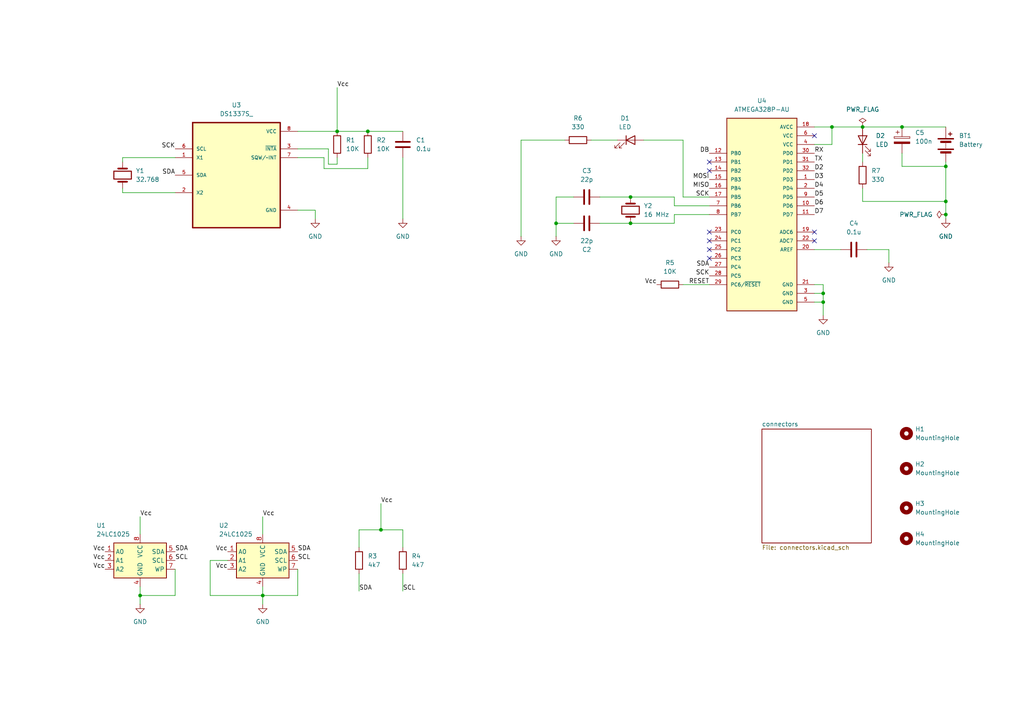
<source format=kicad_sch>
(kicad_sch (version 20250114) (generator "eeschema") (generator_version "9.0")
  (paper "A4")
  (title_block (title "${project_name}") (date "2025-04-01") (rev "1"))
  (lib_symbols
    (symbol "ATMEGA328P-AU:ATMEGA328P-AU" (pin_names (offset 1.016))
      (property "Reference" "U4" (at 0 33.02 0))
      (property "Value" "ATMEGA328P-AU" (at 0 30.48 0))
      (symbol "ATMEGA328P-AU_0_0"
        (rectangle (start -10.16 -27.94) (end 10.16 27.94) (stroke (width 0.254)) (fill (type background)))
        (pin bidirectional line (at -15.24 17.78 0) (length 5.08) (name "PB0") (number "12"))
        (pin bidirectional line (at -15.24 15.24 0) (length 5.08) (name "PB1") (number "13"))
        (pin bidirectional line (at -15.24 12.7 0) (length 5.08) (name "PB2") (number "14"))
        (pin bidirectional line (at -15.24 10.16 0) (length 5.08) (name "PB3") (number "15"))
        (pin bidirectional line (at -15.24 7.62 0) (length 5.08) (name "PB4") (number "16"))
        (pin bidirectional line (at -15.24 5.08 0) (length 5.08) (name "PB5") (number "17"))
        (pin bidirectional line (at -15.24 2.54 0) (length 5.08) (name "PB6") (number "7"))
        (pin bidirectional line (at -15.24 0 0) (length 5.08) (name "PB7") (number "8"))
        (pin bidirectional line (at -15.24 -5.08 0) (length 5.08) (name "PC0") (number "23"))
        (pin bidirectional line (at -15.24 -7.62 0) (length 5.08) (name "PC1") (number "24"))
        (pin bidirectional line (at -15.24 -10.16 0) (length 5.08) (name "PC2") (number "25"))
        (pin bidirectional line (at -15.24 -12.7 0) (length 5.08) (name "PC3") (number "26"))
        (pin bidirectional line (at -15.24 -15.24 0) (length 5.08) (name "PC4") (number "27"))
        (pin bidirectional line (at -15.24 -17.78 0) (length 5.08) (name "PC5") (number "28"))
        (pin bidirectional line (at -15.24 -20.32 0) (length 5.08) (name "PC6/~{RESET}") (number "29"))
        (pin power_in line (at 15.24 25.4 180) (length 5.08) (name "AVCC") (number "18"))
        (pin power_in line (at 15.24 22.86 180) (length 5.08) (name "VCC") (number "6"))
        (pin power_in line (at 15.24 20.32 180) (length 5.08) (name "VCC") (number "4"))
        (pin bidirectional line (at 15.24 17.78 180) (length 5.08) (name "PD0") (number "30"))
        (pin bidirectional line (at 15.24 15.24 180) (length 5.08) (name "PD1") (number "31"))
        (pin bidirectional line (at 15.24 12.7 180) (length 5.08) (name "PD2") (number "32"))
        (pin bidirectional line (at 15.24 10.16 180) (length 5.08) (name "PD3") (number "1"))
        (pin bidirectional line (at 15.24 7.62 180) (length 5.08) (name "PD4") (number "2"))
        (pin bidirectional line (at 15.24 5.08 180) (length 5.08) (name "PD5") (number "9"))
        (pin bidirectional line (at 15.24 2.54 180) (length 5.08) (name "PD6") (number "10"))
        (pin bidirectional line (at 15.24 0 180) (length 5.08) (name "PD7") (number "11"))
        (pin bidirectional line (at 15.24 -5.08 180) (length 5.08) (name "ADC6") (number "19"))
        (pin bidirectional line (at 15.24 -7.62 180) (length 5.08) (name "ADC7") (number "22"))
        (pin input line (at 15.24 -10.16 180) (length 5.08) (name "AREF") (number "20"))
        (pin power_in line (at 15.24 -20.32 180) (length 5.08) (name "GND") (number "21"))
        (pin power_in line (at 15.24 -22.86 180) (length 5.08) (name "GND") (number "3"))
        (pin power_in line (at 15.24 -25.4 180) (length 5.08) (name "GND") (number "5"))
      )
    )
    (symbol "DS1337S_:DS1337S_" (pin_names (offset 1.016))
      (property "Reference" "U" (at -12.7 16.24 0))
      (property "Value" "DS1337S_" (at -12.7 -19.24 0))
      (symbol "DS1337S__0_0"
        (rectangle (start -12.7 -15.24) (end 12.7 15.24) (stroke (width 0.41)) (fill (type background)))
        (pin input line (at -17.78 7.62 0) (length 5.08) (name "SCL") (number "6"))
        (pin input line (at -17.78 5.08 0) (length 5.08) (name "X1") (number "1"))
        (pin bidirectional line (at -17.78 0 0) (length 5.08) (name "SDA") (number "5"))
        (pin bidirectional line (at -17.78 -5.08 0) (length 5.08) (name "X2") (number "2"))
        (pin power_in line (at 17.78 12.7 180) (length 5.08) (name "VCC") (number "8"))
        (pin output line (at 17.78 7.62 180) (length 5.08) (name "~{INTA}") (number "3"))
        (pin output line (at 17.78 5.08 180) (length 5.08) (name "SQW/~INT") (number "7"))
        (pin power_in line (at 17.78 -10.16 180) (length 5.08) (name "GND") (number "4"))
      )
    )
    (symbol "Device:Battery" (pin_numbers (hide yes)) (pin_names (offset 0) (hide yes))
      (property "Reference" "BT" (at 2.54 2.54 0))
      (property "Value" "Battery" (at 2.54 0 0))
      (symbol "Battery_0_1"
        (rectangle (start -2.286 1.778) (end 2.286 1.524) (fill (type outline)))
        (rectangle (start -2.286 -1.27) (end 2.286 -1.524) (fill (type outline)))
        (rectangle (start -1.524 1.016) (end 1.524 0.508) (fill (type outline)))
        (rectangle (start -1.524 -2.032) (end 1.524 -2.54) (fill (type outline)))
        (polyline (pts (xy 0 1.778) (xy 0 2.54)))
        (polyline (pts (xy 0 0) (xy 0 0.254)))
        (polyline (pts (xy 0 -0.508) (xy 0 -0.254)))
        (polyline (pts (xy 0 -1.016) (xy 0 -0.762)))
        (polyline (pts (xy 0.762 3.048) (xy 1.778 3.048)) (stroke (width 0.254)))
        (polyline (pts (xy 1.27 3.556) (xy 1.27 2.54)) (stroke (width 0.254)))
      )
      (symbol "Battery_1_1"
        (pin passive line (at 0 5.08 270) (length 2.54) (name "+") (number "1"))
        (pin passive line (at 0 -5.08 90) (length 2.54) (name "-") (number "2"))
      )
    )
    (symbol "Device:C" (pin_numbers (hide yes)) (pin_names (offset 0.254))
      (property "Reference" "C" (at 0.635 2.54 0))
      (property "Value" "C" (at 0.635 -2.54 0))
      (symbol "C_0_1"
        (polyline (pts (xy -2.032 0.762) (xy 2.032 0.762)) (stroke (width 0.508)))
        (polyline (pts (xy -2.032 -0.762) (xy 2.032 -0.762)) (stroke (width 0.508)))
      )
      (symbol "C_1_1"
        (pin passive line (at 0 3.81 270) (length 2.794) (name "~") (number "1"))
        (pin passive line (at 0 -3.81 90) (length 2.794) (name "~") (number "2"))
      )
    )
    (symbol "Device:C_Polarized" (pin_numbers (hide yes)) (pin_names (offset 0.254))
      (property "Reference" "C" (at 0.635 2.54 0))
      (property "Value" "C_Polarized" (at 0.635 -2.54 0))
      (symbol "C_Polarized_0_1"
        (rectangle (start -2.286 0.508) (end 2.286 1.016))
        (polyline (pts (xy -1.778 2.286) (xy -0.762 2.286)))
        (polyline (pts (xy -1.27 2.794) (xy -1.27 1.778)))
        (rectangle (start 2.286 -0.508) (end -2.286 -1.016) (fill (type outline)))
      )
      (symbol "C_Polarized_1_1"
        (pin passive line (at 0 3.81 270) (length 2.794) (name "~") (number "1"))
        (pin passive line (at 0 -3.81 90) (length 2.794) (name "~") (number "2"))
      )
    )
    (symbol "Device:Crystal" (pin_numbers (hide yes)) (pin_names (offset 1.016) (hide yes))
      (property "Reference" "Y" (at 0 3.81 0))
      (property "Value" "Crystal" (at 0 -3.81 0))
      (symbol "Crystal_0_1"
        (polyline (pts (xy -2.54 0) (xy -1.905 0)))
        (polyline (pts (xy -1.905 -1.27) (xy -1.905 1.27)) (stroke (width 0.508)))
        (rectangle (start -1.143 2.54) (end 1.143 -2.54) (stroke (width 0.3048)))
        (polyline (pts (xy 1.905 -1.27) (xy 1.905 1.27)) (stroke (width 0.508)))
        (polyline (pts (xy 2.54 0) (xy 1.905 0)))
      )
      (symbol "Crystal_1_1"
        (pin passive line (at -3.81 0 0) (length 1.27) (name "1") (number "1"))
        (pin passive line (at 3.81 0 180) (length 1.27) (name "2") (number "2"))
      )
    )
    (symbol "Device:LED" (pin_numbers (hide yes)) (pin_names (offset 1.016) (hide yes))
      (property "Reference" "D" (at 0 2.54 0))
      (property "Value" "LED" (at 0 -2.54 0))
      (symbol "LED_0_1"
        (polyline (pts (xy -3.048 -0.762) (xy -4.572 -2.286) (xy -3.81 -2.286) (xy -4.572 -2.286) (xy -4.572 -1.524)))
        (polyline (pts (xy -1.778 -0.762) (xy -3.302 -2.286) (xy -2.54 -2.286) (xy -3.302 -2.286) (xy -3.302 -1.524)))
        (polyline (pts (xy -1.27 0) (xy 1.27 0)))
        (polyline (pts (xy -1.27 -1.27) (xy -1.27 1.27)) (stroke (width 0.254)))
        (polyline (pts (xy 1.27 -1.27) (xy 1.27 1.27) (xy -1.27 0) (xy 1.27 -1.27)) (stroke (width 0.254)))
      )
      (symbol "LED_1_1"
        (pin passive line (at -3.81 0 0) (length 2.54) (name "K") (number "1"))
        (pin passive line (at 3.81 0 180) (length 2.54) (name "A") (number "2"))
      )
    )
    (symbol "Device:R" (pin_numbers (hide yes)) (pin_names (offset 0))
      (property "Reference" "R" (at 2.032 0 90))
      (property "Value" "R" (at 0 0 90))
      (symbol "R_0_1"
        (rectangle (start -1.016 -2.54) (end 1.016 2.54) (stroke (width 0.254)))
      )
      (symbol "R_1_1"
        (pin passive line (at 0 3.81 270) (length 1.27) (name "~") (number "1"))
        (pin passive line (at 0 -3.81 90) (length 1.27) (name "~") (number "2"))
      )
    )
    (symbol "Mechanical:MountingHole" (pin_names (offset 1.016)) (exclude_from_sim yes) (in_bom no)
      (property "Reference" "H" (at 0 5.08 0))
      (property "Value" "MountingHole" (at 0 3.175 0))
      (symbol "MountingHole_0_1"
        (circle (center 0 0) (radius 1.27) (stroke (width 1.27)))
      )
    )
    (symbol "Memory_EEPROM:24LC1025"
      (property "Reference" "U" (at -6.35 6.35 0))
      (property "Value" "24LC1025" (at 1.27 6.35 0))
      (symbol "24LC1025_1_1"
        (rectangle (start -7.62 5.08) (end 7.62 -5.08) (stroke (width 0.254)) (fill (type background)))
        (pin input line (at -10.16 2.54 0) (length 2.54) (name "A0") (number "1"))
        (pin input line (at -10.16 0 0) (length 2.54) (name "A1") (number "2"))
        (pin input line (at -10.16 -2.54 0) (length 2.54) (name "A2") (number "3"))
        (pin power_in line (at 0 7.62 270) (length 2.54) (name "VCC") (number "8"))
        (pin power_in line (at 0 -7.62 90) (length 2.54) (name "GND") (number "4"))
        (pin bidirectional line (at 10.16 2.54 180) (length 2.54) (name "SDA") (number "5"))
        (pin input line (at 10.16 0 180) (length 2.54) (name "SCL") (number "6"))
        (pin input line (at 10.16 -2.54 180) (length 2.54) (name "WP") (number "7"))
      )
    )
    (symbol "power:GND" (power) (pin_numbers (hide yes)) (pin_names (offset 0) (hide yes))
      (property "Value" "GND" (at 0 -3.81 0))
      (symbol "GND_0_1"
        (polyline (pts (xy 0 0) (xy 0 -1.27) (xy 1.27 -1.27) (xy 0 -2.54) (xy -1.27 -1.27) (xy 0 -1.27)))
      )
      (symbol "GND_1_1"
        (pin power_in line (at 0 0 270) (length 0) (name "~") (number "1"))
      )
    )
    (symbol "power:PWR_FLAG" (power) (pin_numbers (hide yes)) (pin_names (offset 0) (hide yes))
      (property "Value" "PWR_FLAG" (at 0 3.81 0))
      (symbol "PWR_FLAG_0_0"
        (pin power_out line (at 0 0 90) (length 0) (name "~") (number "1"))
      )
      (symbol "PWR_FLAG_0_1"
        (polyline (pts (xy 0 0) (xy 0 1.27) (xy -1.016 1.905) (xy 0 2.54) (xy 1.016 1.905) (xy 0 1.27)))
      )
    )
  )
  (junction (at 76.2 172.72))
  (junction (at 250.19 36.83))
  (junction (at 106.68 38.1))
  (junction (at 182.88 57.15))
  (junction (at 274.32 62.23))
  (junction (at 274.32 58.42))
  (junction (at 40.64 172.72))
  (junction (at 241.3 36.83))
  (junction (at 182.88 64.77))
  (junction (at 161.29 64.77))
  (junction (at 110.49 153.67))
  (junction (at 238.76 87.63))
  (junction (at 238.76 85.09))
  (junction (at 97.79 38.1))
  (junction (at 261.62 36.83))
  (junction (at 274.32 48.26))
  (no_connect (at 205.74 49.53))
  (no_connect (at 205.74 74.93))
  (no_connect (at 236.22 69.85))
  (no_connect (at 205.74 46.99))
  (no_connect (at 205.74 67.31))
  (no_connect (at 205.74 72.39))
  (no_connect (at 205.74 69.85))
  (no_connect (at 236.22 67.31))
  (no_connect (at 236.22 39.37))
  (wire (pts (xy 236.22 85.09) (xy 238.76 85.09)))
  (wire (pts (xy 106.68 38.1) (xy 116.84 38.1)))
  (wire (pts (xy 97.79 25.4) (xy 97.79 37.465)))
  (wire (pts (xy 236.22 87.63) (xy 238.76 87.63)))
  (wire (pts (xy 76.2 172.72) (xy 76.2 175.26)))
  (wire (pts (xy 116.84 45.72) (xy 116.84 63.5)))
  (wire (pts (xy 91.44 60.96) (xy 91.44 63.5)))
  (wire (pts (xy 195.58 62.23) (xy 195.58 64.77)))
  (wire (pts (xy 86.36 172.72) (xy 76.2 172.72)))
  (wire (pts (xy 86.36 43.18) (xy 95.25 43.18)))
  (wire (pts (xy 60.96 162.56) (xy 60.96 172.72)))
  (wire (pts (xy 40.64 172.72) (xy 50.8 172.72)))
  (wire (pts (xy 93.98 48.895) (xy 106.68 48.895)))
  (wire (pts (xy 274.32 62.23) (xy 274.32 63.5)))
  (wire (pts (xy 151.13 40.64) (xy 151.13 68.58)))
  (wire (pts (xy 50.8 165.1) (xy 50.8 172.72)))
  (wire (pts (xy 236.22 72.39) (xy 243.84 72.39)))
  (wire (pts (xy 250.19 54.61) (xy 250.19 58.42)))
  (wire (pts (xy 250.19 58.42) (xy 274.32 58.42)))
  (wire (pts (xy 86.36 165.1) (xy 86.36 172.72)))
  (wire (pts (xy 171.45 40.64) (xy 179.07 40.64)))
  (wire (pts (xy 236.22 41.91) (xy 241.3 41.91)))
  (wire (pts (xy 274.32 48.26) (xy 274.32 58.42)))
  (wire (pts (xy 161.29 64.77) (xy 161.29 68.58)))
  (wire (pts (xy 161.29 57.15) (xy 161.29 64.77)))
  (wire (pts (xy 205.74 62.23) (xy 195.58 62.23)))
  (wire (pts (xy 86.36 60.96) (xy 91.44 60.96)))
  (wire (pts (xy 40.64 170.18) (xy 40.64 172.72)))
  (wire (pts (xy 116.84 153.67) (xy 116.84 158.75)))
  (wire (pts (xy 110.49 146.05) (xy 110.49 153.67)))
  (wire (pts (xy 116.84 166.37) (xy 116.84 171.45)))
  (wire (pts (xy 241.3 36.83) (xy 250.19 36.83)))
  (wire (pts (xy 182.88 64.77) (xy 195.58 64.77)))
  (wire (pts (xy 66.04 162.56) (xy 60.96 162.56)))
  (wire (pts (xy 86.36 45.72) (xy 93.98 45.72)))
  (wire (pts (xy 195.58 59.69) (xy 195.58 57.15)))
  (wire (pts (xy 182.88 57.15) (xy 195.58 57.15)))
  (wire (pts (xy 241.3 36.83) (xy 241.3 41.91)))
  (wire (pts (xy 205.74 59.69) (xy 195.58 59.69)))
  (wire (pts (xy 261.62 44.45) (xy 261.62 48.26)))
  (wire (pts (xy 274.32 58.42) (xy 274.32 62.23)))
  (wire (pts (xy 236.22 36.83) (xy 241.3 36.83)))
  (wire (pts (xy 35.56 45.72) (xy 35.56 46.99)))
  (wire (pts (xy 60.96 172.72) (xy 76.2 172.72)))
  (wire (pts (xy 274.32 46.99) (xy 274.32 48.26)))
  (wire (pts (xy 163.83 40.64) (xy 151.13 40.64)))
  (wire (pts (xy 106.68 48.895) (xy 106.68 45.72)))
  (wire (pts (xy 261.62 48.26) (xy 274.32 48.26)))
  (wire (pts (xy 186.69 40.64) (xy 198.12 40.64)))
  (wire (pts (xy 95.25 43.18) (xy 95.25 47.625)))
  (wire (pts (xy 261.62 36.83) (xy 274.32 36.83)))
  (wire (pts (xy 93.98 45.72) (xy 93.98 48.895)))
  (wire (pts (xy 238.76 82.55) (xy 238.76 85.09)))
  (wire (pts (xy 173.99 64.77) (xy 182.88 64.77)))
  (wire (pts (xy 166.37 57.15) (xy 161.29 57.15)))
  (wire (pts (xy 110.49 153.67) (xy 116.84 153.67)))
  (wire (pts (xy 251.46 72.39) (xy 257.81 72.39)))
  (wire (pts (xy 198.12 40.64) (xy 198.12 57.15)))
  (wire (pts (xy 257.81 72.39) (xy 257.81 76.2)))
  (wire (pts (xy 198.12 82.55) (xy 205.74 82.55)))
  (wire (pts (xy 50.8 45.72) (xy 35.56 45.72)))
  (wire (pts (xy 104.14 153.67) (xy 110.49 153.67)))
  (wire (pts (xy 250.19 44.45) (xy 250.19 46.99)))
  (wire (pts (xy 76.2 170.18) (xy 76.2 172.72)))
  (wire (pts (xy 198.12 57.15) (xy 205.74 57.15)))
  (wire (pts (xy 76.2 149.86) (xy 76.2 154.94)))
  (wire (pts (xy 236.22 82.55) (xy 238.76 82.55)))
  (wire (pts (xy 238.76 87.63) (xy 238.76 91.44)))
  (wire (pts (xy 97.79 38.1) (xy 106.68 38.1)))
  (wire (pts (xy 40.64 149.86) (xy 40.64 154.94)))
  (wire (pts (xy 50.8 55.88) (xy 35.56 55.88)))
  (wire (pts (xy 35.56 55.88) (xy 35.56 54.61)))
  (wire (pts (xy 250.19 36.83) (xy 261.62 36.83)))
  (wire (pts (xy 104.14 166.37) (xy 104.14 171.45)))
  (wire (pts (xy 95.25 47.625) (xy 97.79 47.625)))
  (wire (pts (xy 86.36 38.1) (xy 97.79 38.1)))
  (wire (pts (xy 238.76 85.09) (xy 238.76 87.63)))
  (wire (pts (xy 104.14 158.75) (xy 104.14 153.67)))
  (wire (pts (xy 97.79 47.625) (xy 97.79 45.72)))
  (wire (pts (xy 173.99 57.15) (xy 182.88 57.15)))
  (wire (pts (xy 161.29 64.77) (xy 166.37 64.77)))
  (wire (pts (xy 40.64 172.72) (xy 40.64 175.26)))
  (label "SDA" (at 104.14 171.45 0))
  (label "D3" (at 236.22 52.07 0))
  (label "Vcc" (at 66.04 165.1 180))
  (label "Vcc" (at 30.48 162.56 180))
  (label "Vcc" (at 110.49 146.05 0))
  (label "Vcc" (at 97.79 25.4 0))
  (label "MOSI" (at 205.74 52.07 180))
  (label "D4" (at 236.22 54.61 0))
  (label "RESET" (at 205.74 82.55 180))
  (label "SCK" (at 205.74 57.15 180))
  (label "Vcc" (at 40.64 149.86 0))
  (label "RX" (at 236.22 44.45 0))
  (label "Vcc" (at 76.2 149.86 0))
  (label "DB" (at 205.74 44.45 180))
  (label "SDA" (at 50.8 160.02 0))
  (label "SCK" (at 205.74 80.01 180))
  (label "SCK" (at 50.8 43.18 180))
  (label "D2" (at 236.22 49.53 0))
  (label "Vcc" (at 190.5 82.55 180))
  (label "SCL" (at 116.84 171.45 0))
  (label "SCL" (at 86.36 162.56 0))
  (label "Vcc" (at 66.04 160.02 180))
  (label "SCL" (at 50.8 162.56 0))
  (label "D5" (at 236.22 57.15 0))
  (label "SDA" (at 205.74 77.47 180))
  (label "SDA" (at 50.8 50.8 180))
  (label "MISO" (at 205.74 54.61 180))
  (label "D7" (at 236.22 62.23 0))
  (label "Vcc" (at 30.48 160.02 180))
  (label "SDA" (at 86.36 160.02 0))
  (label "Vcc" (at 30.48 165.1 180))
  (label "TX" (at 236.22 46.99 0))
  (label "D6" (at 236.22 59.69 0))
  (symbol (lib_id "Device:Crystal") (at 35.56 50.8 90) (unit 1)
    (property "Reference" "Y1" (at 39.37 49.5299 90) (effects (justify right)))
    (property "Value" "32.768" (at 39.37 52.0699 90) (effects (justify right)))
    (property "Footprint" "Crystal:Crystal_SMD_5032-2Pin_5.0x3.2mm_HandSoldering" (effects (hide yes)))
    (property "Description" "Two pin crystal" (effects (hide yes)))
  )
  (symbol (lib_id "Device:C_Polarized") (at 261.62 40.64 0) (unit 1)
    (property "Reference" "C5" (at 265.43 38.4809 0) (effects (justify left)))
    (property "Value" "100n" (at 265.43 41.0209 0) (effects (justify left)))
    (property "Footprint" "Capacitor_SMD:C_0805_2012Metric" (effects (hide yes)))
    (property "Description" "Polarized capacitor" (effects (hide yes)))
  )
  (symbol (lib_id "Device:R") (at 116.84 162.56 0) (unit 1)
    (property "Reference" "R4" (at 119.38 161.2899 0) (effects (justify left)))
    (property "Value" "4k7" (at 119.38 163.8299 0) (effects (justify left)))
    (property "Footprint" "Resistor_SMD:R_0805_2012Metric" (effects (hide yes)))
    (property "Description" "Resistor" (effects (hide yes)))
  )
  (symbol (lib_id "DS1337S_:DS1337S_") (at 68.58 50.8 0) (unit 1)
    (property "Reference" "U3" (at 68.58 30.48 0))
    (property "Value" "DS1337S_" (at 68.58 33.02 0))
    (property "Footprint" "footprints:SOIC127P600X175-8N" (effects (hide yes)))
    (property "MF" "Analog Devices" (effects (hide yes)))
    (property "Description_1" "I²C Serial Real-Time Clock" (effects (hide yes)))
    (property "Package" "SOIC-8 Maxim" (effects (hide yes)))
    (property "Price" "None" (effects (hide yes)))
    (property "SnapEDA_Link" "https://www.snapeda.com/parts/DS1337S+/Analog+Devices/view-part/?ref=snap" (effects (hide yes)))
    (property "MP" "DS1337S+" (effects (hide yes)))
    (property "Availability" "In Stock" (effects (hide yes)))
    (property "Check_prices" "https://www.snapeda.com/parts/DS1337S+/Analog+Devices/view-part/?ref=eda" (effects (hide yes)))
  )
  (symbol (lib_id "power:GND") (at 91.44 63.5 0) (unit 1)
    (property "Reference" "#PWR01" (effects (hide yes)))
    (property "Value" "GND" (at 91.44 68.58 0))
    (property "Description" "Power symbol creates a global label with name \"GND\" , ground" (effects (hide yes)))
  )
  (symbol (lib_id "Device:LED") (at 250.19 40.64 90) (unit 1)
    (property "Reference" "D2" (at 254 39.37 90) (effects (justify right)))
    (property "Value" "LED" (at 254 41.91 90) (effects (justify right)))
    (property "Footprint" "LED_SMD:LED_0805_2012Metric" (effects (hide yes)))
    (property "Description" "Light emitting diode" (effects (hide yes)))
    (property "Sim.Pins" "1=K 2=A" (effects (hide yes)))
  )
  (symbol (lib_id "Device:Crystal") (at 182.88 60.96 90) (unit 1)
    (property "Reference" "Y2" (at 186.69 59.6899 90) (effects (justify right)))
    (property "Value" "16 MHz" (at 186.69 62.2299 90) (effects (justify right)))
    (property "Footprint" "Crystal:Crystal_SMD_5032-2Pin_5.0x3.2mm_HandSoldering" (effects (hide yes)))
    (property "Description" "Two pin crystal" (effects (hide yes)))
  )
  (symbol (lib_id "Device:C") (at 170.18 57.15 90) (unit 1)
    (property "Reference" "C3" (at 170.18 49.53 90))
    (property "Value" "22p" (at 170.18 52.07 90))
    (property "Footprint" "Capacitor_SMD:C_0805_2012Metric" (effects (hide yes)))
    (property "Description" "Unpolarized capacitor" (effects (hide yes)))
  )
  (symbol (lib_id "Device:C") (at 247.65 72.39 90) (unit 1)
    (property "Reference" "C4" (at 247.65 64.77 90))
    (property "Value" "0.1u" (at 247.65 67.31 90))
    (property "Footprint" "Capacitor_SMD:C_0805_2012Metric" (effects (hide yes)))
    (property "Description" "Unpolarized capacitor" (effects (hide yes)))
  )
  (symbol (lib_id "ATMEGA328P-AU:ATMEGA328P-AU") (at 220.98 62.23 0) (unit 1)
    (property "Reference" "U4" (at 220.98 29.21 0))
    (property "Value" "ATMEGA328P-AU" (at 220.98 31.75 0))
    (property "Footprint" "footprints:QFP80P900X900X120-32N" (effects (hide yes)))
    (property "MF" "Microchip" (effects (hide yes)))
    (property "MAXIMUM_PACKAGE_HEIGHT" "1.20mm" (effects (hide yes)))
    (property "Package" "TQFP-32 Microchip" (effects (hide yes)))
    (property "Price" "None" (effects (hide yes)))
    (property "Check_prices" "https://www.snapeda.com/parts/ATMEGA328P-AU/Microchip/view-part/?ref=eda" (effects (hide yes)))
    (property "STANDARD" "IPC-7351B" (effects (hide yes)))
    (property "PARTREV" "8271A" (effects (hide yes)))
    (property "SnapEDA_Link" "https://www.snapeda.com/parts/ATMEGA328P-AU/Microchip/view-part/?ref=snap" (effects (hide yes)))
    (property "MP" "ATMEGA328P-AU" (effects (hide yes)))
    (property "Description_1" "AVR AVR® ATmega Microcontroller IC 8-Bit 20MHz 32KB (16K x 16) FLASH 32-TQFP (7x7)" (effects (hide yes)))
    (property "Availability" "In Stock" (effects (hide yes)))
    (property "MANUFACTURER" "Microchip" (effects (hide yes)))
  )
  (symbol (lib_id "power:GND") (at 274.32 63.5 0) (unit 1)
    (property "Reference" "#PWR05" (effects (hide yes)))
    (property "Value" "GND" (at 274.32 68.58 0))
    (property "Description" "Power symbol creates a global label with name \"GND\" , ground" (effects (hide yes)))
  )
  (symbol (lib_id "Mechanical:MountingHole") (at 262.89 135.89 0) (unit 1) (exclude_from_sim yes) (in_bom no)
    (property "Reference" "H2" (at 265.43 134.6199 0) (effects (justify left)))
    (property "Value" "MountingHole" (at 265.43 137.1599 0) (effects (justify left)))
    (property "Footprint" "MountingHole:MountingHole_2.2mm_M2" (effects (hide yes)))
    (property "Description" "Mounting Hole without connection" (effects (hide yes)))
  )
  (symbol (lib_id "power:GND") (at 151.13 68.58 0) (unit 1)
    (property "Reference" "#PWR07" (effects (hide yes)))
    (property "Value" "GND" (at 151.13 73.66 0))
    (property "Description" "Power symbol creates a global label with name \"GND\" , ground" (effects (hide yes)))
  )
  (symbol (lib_id "Device:R") (at 167.64 40.64 90) (unit 1)
    (property "Reference" "R6" (at 167.64 34.29 90))
    (property "Value" "330" (at 167.64 36.83 90))
    (property "Footprint" "Resistor_SMD:R_0805_2012Metric" (effects (hide yes)))
    (property "Description" "Resistor" (effects (hide yes)))
  )
  (symbol (lib_id "Device:Battery") (at 274.32 41.91 0) (unit 1)
    (property "Reference" "BT1" (at 278.13 39.37 0) (effects (justify left)))
    (property "Value" "Battery" (at 278.13 41.91 0) (effects (justify left)))
    (property "Footprint" "Connector_PinHeader_2.54mm:PinHeader_1x02_P2.54mm_Horizontal" (effects (hide yes)))
    (property "Description" "Multiple-cell battery" (effects (hide yes)))
  )
  (symbol (lib_id "Mechanical:MountingHole") (at 262.89 125.73 0) (unit 1) (exclude_from_sim yes) (in_bom no)
    (property "Reference" "H1" (at 265.43 124.4599 0) (effects (justify left)))
    (property "Value" "MountingHole" (at 265.43 126.9999 0) (effects (justify left)))
    (property "Footprint" "MountingHole:MountingHole_2.2mm_M2" (effects (hide yes)))
    (property "Description" "Mounting Hole without connection" (effects (hide yes)))
  )
  (symbol (lib_id "Memory_EEPROM:24LC1025") (at 76.2 162.56 0) (unit 1)
    (property "Reference" "U2" (at 63.5 152.4 0) (effects (justify left)))
    (property "Value" "24LC1025" (at 63.5 154.94 0) (effects (justify left)))
    (property "Footprint" "Package_SO:SOIC-8_5.3x5.3mm_P1.27mm" (effects (hide yes)))
    (property "Datasheet" "http://ww1.microchip.com/downloads/en/DeviceDoc/21941B.pdf" (effects (hide yes)))
    (property "Description" "I2C Serial EEPROM, 1024Kb, DIP-8/SOIC-8/TSSOP-8/DFN-8" (effects (hide yes)))
  )
  (symbol (lib_id "Device:R") (at 97.79 41.91 0) (unit 1)
    (property "Reference" "R1" (at 100.33 40.6399 0) (effects (justify left)))
    (property "Value" "10K" (at 100.33 43.1799 0) (effects (justify left)))
    (property "Footprint" "Resistor_SMD:R_0805_2012Metric" (effects (hide yes)))
    (property "Description" "Resistor" (effects (hide yes)))
  )
  (symbol (lib_id "Device:R") (at 106.68 41.91 0) (unit 1)
    (property "Reference" "R2" (at 109.22 40.6399 0) (effects (justify left)))
    (property "Value" "10K" (at 109.22 43.1799 0) (effects (justify left)))
    (property "Footprint" "Resistor_SMD:R_0805_2012Metric" (effects (hide yes)))
    (property "Description" "Resistor" (effects (hide yes)))
  )
  (symbol (lib_id "Device:R") (at 250.19 50.8 0) (unit 1)
    (property "Reference" "R7" (at 252.73 49.5299 0) (effects (justify left)))
    (property "Value" "330" (at 252.73 52.0699 0) (effects (justify left)))
    (property "Footprint" "Resistor_SMD:R_0805_2012Metric" (effects (hide yes)))
    (property "Description" "Resistor" (effects (hide yes)))
  )
  (symbol (lib_id "power:PWR_FLAG") (at 274.32 62.23 90) (unit 1)
    (property "Reference" "#FLG02" (effects (hide yes)))
    (property "Value" "PWR_FLAG" (at 270.51 62.2299 90) (effects (justify left)))
    (property "Description" "Special symbol for telling ERC where power comes from" (effects (hide yes)))
  )
  (symbol (lib_id "power:GND") (at 116.84 63.5 0) (unit 1)
    (property "Reference" "#PWR02" (effects (hide yes)))
    (property "Value" "GND" (at 116.84 68.58 0))
    (property "Description" "Power symbol creates a global label with name \"GND\" , ground" (effects (hide yes)))
  )
  (symbol (lib_id "power:PWR_FLAG") (at 250.19 36.83 0) (unit 1)
    (property "Reference" "#FLG01" (effects (hide yes)))
    (property "Value" "PWR_FLAG" (at 250.19 31.75 0))
    (property "Description" "Special symbol for telling ERC where power comes from" (effects (hide yes)))
  )
  (symbol (lib_id "Mechanical:MountingHole") (at 262.89 156.21 0) (unit 1) (exclude_from_sim yes) (in_bom no)
    (property "Reference" "H4" (at 265.43 154.9399 0) (effects (justify left)))
    (property "Value" "MountingHole" (at 265.43 157.4799 0) (effects (justify left)))
    (property "Footprint" "MountingHole:MountingHole_2.2mm_M2" (effects (hide yes)))
    (property "Description" "Mounting Hole without connection" (effects (hide yes)))
  )
  (symbol (lib_id "Device:R") (at 194.31 82.55 90) (unit 1)
    (property "Reference" "R5" (at 194.31 76.2 90))
    (property "Value" "10K" (at 194.31 78.74 90))
    (property "Footprint" "Resistor_SMD:R_0805_2012Metric" (effects (hide yes)))
    (property "Description" "Resistor" (effects (hide yes)))
  )
  (symbol (lib_id "power:GND") (at 161.29 68.58 0) (unit 1)
    (property "Reference" "#PWR06" (effects (hide yes)))
    (property "Value" "GND" (at 161.29 73.66 0))
    (property "Description" "Power symbol creates a global label with name \"GND\" , ground" (effects (hide yes)))
  )
  (symbol (lib_id "Device:LED") (at 182.88 40.64 0) (unit 1)
    (property "Reference" "D1" (at 181.2925 34.29 0))
    (property "Value" "LED" (at 181.2925 36.83 0))
    (property "Footprint" "LED_SMD:LED_0805_2012Metric" (effects (hide yes)))
    (property "Description" "Light emitting diode" (effects (hide yes)))
    (property "Sim.Pins" "1=K 2=A" (effects (hide yes)))
  )
  (symbol (lib_id "Mechanical:MountingHole") (at 262.89 147.32 0) (unit 1) (exclude_from_sim yes) (in_bom no)
    (property "Reference" "H3" (at 265.43 146.0499 0) (effects (justify left)))
    (property "Value" "MountingHole" (at 265.43 148.5899 0) (effects (justify left)))
    (property "Footprint" "MountingHole:MountingHole_2.2mm_M2" (effects (hide yes)))
    (property "Description" "Mounting Hole without connection" (effects (hide yes)))
  )
  (symbol (lib_id "power:GND") (at 257.81 76.2 0) (unit 1)
    (property "Reference" "#PWR08" (effects (hide yes)))
    (property "Value" "GND" (at 257.81 81.28 0))
    (property "Description" "Power symbol creates a global label with name \"GND\" , ground" (effects (hide yes)))
  )
  (symbol (lib_id "Device:R") (at 104.14 162.56 0) (unit 1)
    (property "Reference" "R3" (at 106.68 161.2899 0) (effects (justify left)))
    (property "Value" "4k7" (at 106.68 163.8299 0) (effects (justify left)))
    (property "Footprint" "Resistor_SMD:R_0805_2012Metric" (effects (hide yes)))
    (property "Description" "Resistor" (effects (hide yes)))
  )
  (symbol (lib_id "Device:C") (at 116.84 41.91 0) (unit 1)
    (property "Reference" "C1" (at 120.65 40.6399 0) (effects (justify left)))
    (property "Value" "0.1u" (at 120.65 43.1799 0) (effects (justify left)))
    (property "Footprint" "Capacitor_SMD:C_0805_2012Metric" (effects (hide yes)))
    (property "Description" "Unpolarized capacitor" (effects (hide yes)))
  )
  (symbol (lib_id "power:GND") (at 76.2 175.26 0) (unit 1)
    (property "Reference" "#PWR04" (effects (hide yes)))
    (property "Value" "GND" (at 76.2 180.34 0))
    (property "Description" "Power symbol creates a global label with name \"GND\" , ground" (effects (hide yes)))
  )
  (symbol (lib_id "power:GND") (at 238.76 91.44 0) (unit 1)
    (property "Reference" "#PWR09" (effects (hide yes)))
    (property "Value" "GND" (at 238.76 96.52 0))
    (property "Description" "Power symbol creates a global label with name \"GND\" , ground" (effects (hide yes)))
  )
  (symbol (lib_id "Device:C") (at 170.18 64.77 90) (mirror x) (unit 1)
    (property "Reference" "C2" (at 170.18 72.39 90))
    (property "Value" "22p" (at 170.18 69.85 90))
    (property "Footprint" "Capacitor_SMD:C_0805_2012Metric" (effects (hide yes)))
    (property "Description" "Unpolarized capacitor" (effects (hide yes)))
  )
  (symbol (lib_id "power:GND") (at 40.64 175.26 0) (unit 1)
    (property "Reference" "#PWR03" (effects (hide yes)))
    (property "Value" "GND" (at 40.64 180.34 0))
    (property "Description" "Power symbol creates a global label with name \"GND\" , ground" (effects (hide yes)))
  )
  (symbol (lib_id "Memory_EEPROM:24LC1025") (at 40.64 162.56 0) (unit 1)
    (property "Reference" "U1" (at 27.94 152.4 0) (effects (justify left)))
    (property "Value" "24LC1025" (at 27.94 154.94 0) (effects (justify left)))
    (property "Footprint" "Package_SO:SOIC-8_5.3x5.3mm_P1.27mm" (effects (hide yes)))
    (property "Datasheet" "http://ww1.microchip.com/downloads/en/DeviceDoc/21941B.pdf" (effects (hide yes)))
    (property "Description" "I2C Serial EEPROM, 1024Kb, DIP-8/SOIC-8/TSSOP-8/DFN-8" (effects (hide yes)))
  )
  (sheet (at 220.98 124.46) (size 31.75 33.02) (stroke (width 0.1524))
    (property "Sheetname" "connectors" (at 220.98 123.7484 0) (effects (justify left bottom)))
    (property "Sheetfile" "connectors.kicad_sch" (at 220.98 158.0646 0) (effects (justify left top)))
  )
)
</source>
